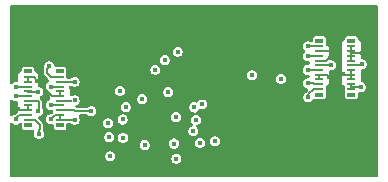
<source format=gbr>
%TF.GenerationSoftware,KiCad,Pcbnew,9.0.2*%
%TF.CreationDate,2025-06-09T01:03:38+02:00*%
%TF.ProjectId,WiFi_1YN,57694669-5f31-4594-9e2e-6b696361645f,rev?*%
%TF.SameCoordinates,Original*%
%TF.FileFunction,Copper,L4,Bot*%
%TF.FilePolarity,Positive*%
%FSLAX46Y46*%
G04 Gerber Fmt 4.6, Leading zero omitted, Abs format (unit mm)*
G04 Created by KiCad (PCBNEW 9.0.2) date 2025-06-09 01:03:38*
%MOMM*%
%LPD*%
G01*
G04 APERTURE LIST*
%TA.AperFunction,SMDPad,CuDef*%
%ADD10R,0.660000X0.230000*%
%TD*%
%TA.AperFunction,SMDPad,CuDef*%
%ADD11R,0.660000X0.350000*%
%TD*%
%TA.AperFunction,ViaPad*%
%ADD12C,0.450000*%
%TD*%
%TA.AperFunction,Conductor*%
%ADD13C,0.127000*%
%TD*%
%TA.AperFunction,Conductor*%
%ADD14C,0.200000*%
%TD*%
G04 APERTURE END LIST*
D10*
%TO.P,J2,1,1*%
%TO.N,+3.3V*%
X217610000Y-68150000D03*
%TO.P,J2,2,2*%
%TO.N,/WIFI_SDIO_DAT0*%
X214900000Y-68150000D03*
%TO.P,J2,3,3*%
%TO.N,+3.3V*%
X217610000Y-67750000D03*
%TO.P,J2,4,4*%
%TO.N,/WIFI_SDIO_DAT2*%
X214900000Y-67750000D03*
%TO.P,J2,5,5*%
%TO.N,GND*%
X217610000Y-67350000D03*
%TO.P,J2,6,6*%
X214900000Y-67350000D03*
%TO.P,J2,7,7*%
X217610000Y-66950000D03*
%TO.P,J2,8,8*%
X214900000Y-66950000D03*
%TO.P,J2,9,9*%
X217610000Y-66550000D03*
%TO.P,J2,10,10*%
%TO.N,/WIFI_SDIO_DAT1*%
X214900000Y-66550000D03*
%TO.P,J2,11,11*%
%TO.N,/WL_GPIO_0_HOST_WAKE*%
X217610000Y-66150000D03*
%TO.P,J2,12,12*%
%TO.N,/WIFI_SDIO_DAT3*%
X214900000Y-66150000D03*
%TO.P,J2,13,13*%
%TO.N,GND*%
X217610000Y-65750000D03*
%TO.P,J2,14,14*%
X214900000Y-65750000D03*
%TO.P,J2,15,15*%
X217610000Y-65350000D03*
%TO.P,J2,16,16*%
%TO.N,/WIFI_SDIO_CLK*%
X214900000Y-65350000D03*
%TO.P,J2,17,17*%
%TO.N,GND*%
X217610000Y-64950000D03*
%TO.P,J2,18,18*%
X214900000Y-64950000D03*
%TO.P,J2,19,19*%
X217610000Y-64550000D03*
%TO.P,J2,20,20*%
%TO.N,/WIFI_SDIO_CMD*%
X214900000Y-64550000D03*
D11*
%TO.P,J2,S1*%
%TO.N,N/C*%
X217610000Y-68625000D03*
%TO.P,J2,S2*%
X214900000Y-68625000D03*
%TO.P,J2,S3*%
X217610000Y-64075000D03*
%TO.P,J2,S4*%
X214900000Y-64075000D03*
%TD*%
D10*
%TO.P,J3,1,1*%
%TO.N,+3.3V*%
X192950000Y-70750000D03*
%TO.P,J3,2,2*%
%TO.N,/BT_DEV_WAKE*%
X190240000Y-70750000D03*
%TO.P,J3,3,3*%
%TO.N,+3.3V*%
X192950000Y-70350000D03*
%TO.P,J3,4,4*%
%TO.N,/WL_REG_ON*%
X190240000Y-70350000D03*
%TO.P,J3,5,5*%
%TO.N,/BT_REG_ON*%
X192950000Y-69950000D03*
%TO.P,J3,6,6*%
%TO.N,GND*%
X190240000Y-69950000D03*
%TO.P,J3,7,7*%
%TO.N,/BT_HOST_WAKE*%
X192950000Y-69550000D03*
%TO.P,J3,8,8*%
%TO.N,GND*%
X190240000Y-69550000D03*
%TO.P,J3,9,9*%
%TO.N,/BT_UART_CTS*%
X192950000Y-69150000D03*
%TO.P,J3,10,10*%
%TO.N,/BT_PCM_CLK*%
X190240000Y-69150000D03*
%TO.P,J3,11,11*%
%TO.N,GND*%
X192950000Y-68750000D03*
%TO.P,J3,12,12*%
%TO.N,/BT_PCM_IN*%
X190240000Y-68750000D03*
%TO.P,J3,13,13*%
%TO.N,GND*%
X192950000Y-68350000D03*
%TO.P,J3,14,14*%
%TO.N,/BT_PCM_SYNC*%
X190240000Y-68350000D03*
%TO.P,J3,15,15*%
%TO.N,/BT_UART_RTS*%
X192950000Y-67950000D03*
%TO.P,J3,16,16*%
%TO.N,/BT_PCM_OUT*%
X190240000Y-67950000D03*
%TO.P,J3,17,17*%
%TO.N,/BT_UART_RX*%
X192950000Y-67550000D03*
%TO.P,J3,18,18*%
%TO.N,GND*%
X190240000Y-67550000D03*
%TO.P,J3,19,19*%
%TO.N,/BT_UART_TX*%
X192950000Y-67150000D03*
%TO.P,J3,20,20*%
%TO.N,GND*%
X190240000Y-67150000D03*
D11*
%TO.P,J3,S1*%
%TO.N,N/C*%
X192950000Y-71225000D03*
%TO.P,J3,S2*%
X190240000Y-71225000D03*
%TO.P,J3,S3*%
X192950000Y-66675000D03*
%TO.P,J3,S4*%
X190240000Y-66675000D03*
%TD*%
D12*
%TO.N,GND*%
X198780400Y-68021200D03*
X200101200Y-68275200D03*
X198551800Y-65227200D03*
X200787000Y-65278000D03*
X213715600Y-72339200D03*
X217093800Y-72339200D03*
X201701400Y-74447400D03*
X204114400Y-74188500D03*
X189362212Y-69881334D03*
X201375285Y-70027800D03*
X202415569Y-72118587D03*
X200025000Y-72212200D03*
X201320400Y-70662800D03*
X193395600Y-74879200D03*
X200180500Y-74884200D03*
X210315100Y-74909600D03*
X217093800Y-74904600D03*
X189995100Y-74884200D03*
X196780000Y-74884200D03*
X203581000Y-74879200D03*
X206959200Y-74879200D03*
X213715600Y-74904600D03*
X193389400Y-64968200D03*
X189988900Y-64973200D03*
X196773800Y-64973200D03*
X189995100Y-61600000D03*
X193395600Y-61595000D03*
X210315100Y-61625400D03*
X213715600Y-61620400D03*
X217093800Y-61620400D03*
X196780000Y-61600000D03*
X200180500Y-61600000D03*
X203581000Y-61595000D03*
X206959200Y-61595000D03*
%TO.N,+3.3V*%
X211650000Y-67290000D03*
%TO.N,/32KHz*%
X209200000Y-66990000D03*
%TO.N,+3.3V*%
X205000000Y-69450000D03*
%TO.N,GND*%
X215750000Y-67180000D03*
%TO.N,/WL_GPIO_0_HOST_WAKE*%
X202751136Y-70525000D03*
%TO.N,/WIFI_SDIO_DAT3*%
X204239672Y-71735328D03*
%TO.N,/WL_REG_ON*%
X204319715Y-69696130D03*
%TO.N,/WIFI_SDIO_DAT2*%
X202599998Y-72774998D03*
%TO.N,/WIFI_SDIO_DAT0*%
X204779578Y-72711500D03*
%TO.N,/WIFI_SDIO_DAT1*%
X204439717Y-70760283D03*
%TO.N,/WIFI_SDIO_CMD*%
X206050000Y-72600000D03*
%TO.N,/WIFI_SDIO_CLK*%
X202800000Y-74050000D03*
%TO.N,/WIFI_SDIO_DAT0*%
X213970000Y-68830000D03*
%TO.N,/WIFI_SDIO_DAT2*%
X213950000Y-67680000D03*
%TO.N,/WIFI_SDIO_DAT1*%
X213900000Y-66550000D03*
%TO.N,GND*%
X215836831Y-65501119D03*
%TO.N,/WIFI_SDIO_DAT3*%
X215875000Y-66150000D03*
%TO.N,/WIFI_SDIO_CLK*%
X213950000Y-65350000D03*
%TO.N,/WIFI_SDIO_CMD*%
X213950000Y-64550000D03*
%TO.N,GND*%
X215850000Y-64950000D03*
X218475000Y-65125000D03*
X216900000Y-66875000D03*
%TO.N,+3.3V*%
X218400000Y-68000000D03*
%TO.N,GND*%
X206500000Y-67100000D03*
X204350000Y-67275000D03*
X204375000Y-65650000D03*
X206300000Y-65600000D03*
X207850000Y-68150000D03*
X208100000Y-66500000D03*
X207700000Y-64400000D03*
X205598660Y-63613410D03*
X203500000Y-63700000D03*
X203100000Y-65900000D03*
X202400000Y-66800000D03*
%TO.N,+3.3V*%
X202100000Y-68400000D03*
%TO.N,/32KHz*%
X202900000Y-65000000D03*
%TO.N,/BT_HOST_WAKE*%
X201800000Y-65700000D03*
%TO.N,GND*%
X200374999Y-66672254D03*
%TO.N,/BT_DEV_WAKE*%
X201007090Y-66520713D03*
%TO.N,/BT_PCM_CLK*%
X197200000Y-73850000D03*
%TO.N,/BT_UART_RX*%
X198023090Y-68294700D03*
%TO.N,/BT_PCM_IN*%
X197104000Y-72237600D03*
%TO.N,/BT_PCM_OUT*%
X198272400Y-72270458D03*
%TO.N,/BT_PCM_SYNC*%
X197002400Y-71069200D03*
%TO.N,/BT_UART_RTS*%
X198247000Y-70739000D03*
%TO.N,/BT_UART_CTS*%
X198510000Y-69680000D03*
%TO.N,GND*%
X191860000Y-71940000D03*
X191300000Y-66150000D03*
%TO.N,+3.3V*%
X192140000Y-70720000D03*
%TO.N,/BT_REG_ON*%
X195600000Y-70039000D03*
%TO.N,/BT_HOST_WAKE*%
X192140000Y-69530000D03*
%TO.N,/BT_UART_CTS*%
X194190000Y-69130000D03*
%TO.N,/BT_UART_RTS*%
X192140000Y-67949940D03*
%TO.N,/BT_UART_RX*%
X194190000Y-67550000D03*
%TO.N,/BT_UART_TX*%
X192040000Y-66230000D03*
%TO.N,/BT_DEV_WAKE*%
X191160400Y-71932800D03*
%TO.N,/WL_REG_ON*%
X189210000Y-70740000D03*
%TO.N,/BT_PCM_CLK*%
X191110000Y-70040000D03*
%TO.N,/BT_PCM_IN*%
X189210000Y-68770000D03*
%TO.N,GND*%
X191010000Y-67440000D03*
%TO.N,/BT_PCM_OUT*%
X189210000Y-67975000D03*
%TO.N,GND*%
X197500000Y-63600000D03*
X201800000Y-63600000D03*
X198875000Y-66700000D03*
%TO.N,/WL_GPIO_0_HOST_WAKE*%
X218475000Y-66075000D03*
%TO.N,+3.3V*%
X194190000Y-70750000D03*
%TO.N,/BT_PCM_SYNC*%
X191109600Y-68376800D03*
%TO.N,GND*%
X194021017Y-66922348D03*
%TO.N,/BT_UART_TX*%
X199900000Y-69000000D03*
%TO.N,/BT_REG_ON*%
X200100521Y-72899479D03*
%TD*%
D13*
%TO.N,GND*%
X191010000Y-67440000D02*
X191010000Y-67512198D01*
X191010000Y-67512198D02*
X192247802Y-68750000D01*
X192247802Y-68750000D02*
X192950000Y-68750000D01*
X189433200Y-69950000D02*
X189090000Y-69950000D01*
X189433200Y-69950000D02*
X189430878Y-69950000D01*
X189430878Y-69950000D02*
X189362212Y-69881334D01*
X190240000Y-69950000D02*
X189433200Y-69950000D01*
X215520000Y-66950000D02*
X215750000Y-67180000D01*
X214900000Y-66950000D02*
X215520000Y-66950000D01*
X214900000Y-66950000D02*
X214900000Y-67350000D01*
%TO.N,/WIFI_SDIO_DAT2*%
X214470000Y-67750000D02*
X214900000Y-67750000D01*
X214090000Y-67640000D02*
X214360000Y-67640000D01*
X214050000Y-67680000D02*
X214090000Y-67640000D01*
X214360000Y-67640000D02*
X214470000Y-67750000D01*
X213950000Y-67680000D02*
X214050000Y-67680000D01*
%TO.N,/WIFI_SDIO_DAT0*%
X213970000Y-68830000D02*
X213970000Y-68610000D01*
X213970000Y-68610000D02*
X214430000Y-68150000D01*
X214430000Y-68150000D02*
X214900000Y-68150000D01*
%TO.N,GND*%
X215836831Y-65501119D02*
X215827119Y-65501119D01*
X215827119Y-65501119D02*
X215775500Y-65449500D01*
X215775500Y-65449500D02*
X215774500Y-65449500D01*
X215836831Y-65501119D02*
X215836831Y-65387169D01*
X215774500Y-65449500D02*
X215474000Y-65750000D01*
X215474000Y-65750000D02*
X214900000Y-65750000D01*
X215836831Y-65387169D02*
X215850000Y-65374000D01*
X215850000Y-65374000D02*
X215850000Y-64950000D01*
%TO.N,/WIFI_SDIO_DAT1*%
X214900000Y-66550000D02*
X213900000Y-66550000D01*
%TO.N,/WIFI_SDIO_DAT3*%
X214900000Y-66150000D02*
X215875000Y-66150000D01*
%TO.N,GND*%
X214900000Y-64950000D02*
X215850000Y-64950000D01*
X218450000Y-65150000D02*
X218475000Y-65125000D01*
X217610000Y-65150000D02*
X218450000Y-65150000D01*
X217610000Y-65750000D02*
X217610000Y-65150000D01*
X217610000Y-65150000D02*
X217610000Y-64550000D01*
X217610000Y-67350000D02*
X217610000Y-66550000D01*
D14*
X216975000Y-66950000D02*
X216900000Y-66875000D01*
X217610000Y-66950000D02*
X216975000Y-66950000D01*
%TO.N,+3.3V*%
X217610000Y-68025000D02*
X217610000Y-67766000D01*
X217610000Y-68025000D02*
X218375000Y-68025000D01*
X218375000Y-68025000D02*
X218400000Y-68000000D01*
X217610000Y-68150000D02*
X217610000Y-68025000D01*
D13*
%TO.N,/BT_REG_ON*%
X195599000Y-70040000D02*
X194190000Y-70040000D01*
X195600000Y-70039000D02*
X195599000Y-70040000D01*
X194190000Y-70040000D02*
X194100000Y-69950000D01*
X194100000Y-69950000D02*
X192950000Y-69950000D01*
D14*
%TO.N,+3.3V*%
X192950000Y-70750000D02*
X192950000Y-70366000D01*
X194190000Y-70750000D02*
X192950000Y-70750000D01*
D13*
X193775000Y-70750000D02*
X193700000Y-70750000D01*
D14*
X194190000Y-70750000D02*
X193700000Y-70750000D01*
D13*
%TO.N,/BT_UART_TX*%
X191860000Y-66840000D02*
X192170000Y-67150000D01*
X192040000Y-66230000D02*
X191820000Y-66450000D01*
X191820000Y-66450000D02*
X191820000Y-66770000D01*
X191820000Y-66770000D02*
X191860000Y-66810000D01*
X191860000Y-66810000D02*
X191860000Y-66840000D01*
X192170000Y-67150000D02*
X192950000Y-67150000D01*
%TO.N,/BT_DEV_WAKE*%
X191230000Y-71181000D02*
X190799000Y-70750000D01*
X191160400Y-71932800D02*
X191160400Y-71598158D01*
X191160400Y-71598158D02*
X191230000Y-71528558D01*
X191230000Y-71528558D02*
X191230000Y-71181000D01*
X190799000Y-70750000D02*
X190240000Y-70750000D01*
%TO.N,/BT_PCM_SYNC*%
X191086469Y-68353669D02*
X190886331Y-68353669D01*
X190219500Y-68370500D02*
X190240000Y-68350000D01*
X190886331Y-68353669D02*
X190869500Y-68370500D01*
X191109600Y-68376800D02*
X191086469Y-68353669D01*
X190869500Y-68370500D02*
X190219500Y-68370500D01*
%TO.N,GND*%
X190240000Y-69950000D02*
X190240000Y-69550000D01*
%TO.N,+3.3V*%
X192140000Y-70720000D02*
X192510000Y-70350000D01*
X192510000Y-70350000D02*
X192950000Y-70350000D01*
%TO.N,/BT_HOST_WAKE*%
X192260000Y-69550000D02*
X192240000Y-69530000D01*
X192950000Y-69550000D02*
X192260000Y-69550000D01*
%TO.N,/BT_UART_CTS*%
X193900000Y-69150000D02*
X193920000Y-69130000D01*
X192950000Y-69150000D02*
X193900000Y-69150000D01*
%TO.N,/BT_UART_RTS*%
X192304665Y-67949940D02*
X192305313Y-67949292D01*
X192305313Y-67949292D02*
X192379292Y-67949292D01*
X192380000Y-67950000D02*
X192950000Y-67950000D01*
X192379292Y-67949292D02*
X192380000Y-67950000D01*
%TO.N,/BT_UART_RX*%
X192950000Y-67550000D02*
X194190000Y-67550000D01*
%TO.N,/WL_REG_ON*%
X189230000Y-70740000D02*
X189230000Y-70620000D01*
X189230000Y-70620000D02*
X189500000Y-70350000D01*
X189500000Y-70350000D02*
X190240000Y-70350000D01*
%TO.N,/BT_PCM_CLK*%
X191110000Y-70040000D02*
X191190000Y-69960000D01*
X191190000Y-69960000D02*
X191190000Y-69290000D01*
X191190000Y-69290000D02*
X191050000Y-69150000D01*
X191050000Y-69150000D02*
X190240000Y-69150000D01*
%TO.N,/BT_PCM_IN*%
X189230000Y-68750000D02*
X189210000Y-68770000D01*
X190240000Y-68750000D02*
X189230000Y-68750000D01*
%TO.N,GND*%
X190720000Y-67150000D02*
X191010000Y-67440000D01*
X190240000Y-67150000D02*
X190720000Y-67150000D01*
%TO.N,/BT_PCM_OUT*%
X189225000Y-67975000D02*
X189569900Y-67975000D01*
X189569900Y-67975000D02*
X189594900Y-67950000D01*
X189594900Y-67950000D02*
X190240000Y-67950000D01*
%TO.N,GND*%
X190240000Y-67550000D02*
X190240000Y-67150000D01*
%TO.N,/BT_PCM_CLK*%
X190260500Y-69170500D02*
X190240000Y-69150000D01*
%TO.N,+3.3V*%
X193700000Y-70750000D02*
X192950000Y-70750000D01*
%TO.N,/WL_GPIO_0_HOST_WAKE*%
X217610000Y-66150000D02*
X218400000Y-66150000D01*
X218400000Y-66150000D02*
X218475000Y-66075000D01*
%TO.N,/WIFI_SDIO_CLK*%
X214900000Y-65350000D02*
X213950000Y-65350000D01*
%TO.N,/WIFI_SDIO_CMD*%
X214900000Y-64550000D02*
X213950000Y-64550000D01*
%TO.N,/BT_DEV_WAKE*%
X190240000Y-70750000D02*
X190700000Y-70750000D01*
%TO.N,GND*%
X192950000Y-68350000D02*
X192950000Y-68575000D01*
X192950000Y-68575000D02*
X192950000Y-68750000D01*
%TO.N,/BT_UART_CTS*%
X192950000Y-69150000D02*
X192970500Y-69129500D01*
%TO.N,+3.3V*%
X192950000Y-70750000D02*
X192950000Y-70350000D01*
%TD*%
%TA.AperFunction,Conductor*%
%TO.N,GND*%
G36*
X219842539Y-61090185D02*
G01*
X219888294Y-61142989D01*
X219899500Y-61194500D01*
X219899500Y-75478100D01*
X219879815Y-75545139D01*
X219827011Y-75590894D01*
X219775500Y-75602100D01*
X188830500Y-75602100D01*
X188763461Y-75582415D01*
X188717706Y-75529611D01*
X188706500Y-75478100D01*
X188706500Y-73793982D01*
X196774500Y-73793982D01*
X196774500Y-73906018D01*
X196803497Y-74014237D01*
X196859515Y-74111263D01*
X196938737Y-74190485D01*
X197035763Y-74246503D01*
X197143982Y-74275500D01*
X197143984Y-74275500D01*
X197256016Y-74275500D01*
X197256018Y-74275500D01*
X197364237Y-74246503D01*
X197461263Y-74190485D01*
X197540485Y-74111263D01*
X197596503Y-74014237D01*
X197601930Y-73993982D01*
X202374500Y-73993982D01*
X202374500Y-74106018D01*
X202403497Y-74214237D01*
X202459515Y-74311263D01*
X202538737Y-74390485D01*
X202635763Y-74446503D01*
X202743982Y-74475500D01*
X202743984Y-74475500D01*
X202856016Y-74475500D01*
X202856018Y-74475500D01*
X202964237Y-74446503D01*
X203061263Y-74390485D01*
X203140485Y-74311263D01*
X203196503Y-74214237D01*
X203225500Y-74106018D01*
X203225500Y-73993982D01*
X203196503Y-73885763D01*
X203140485Y-73788737D01*
X203061263Y-73709515D01*
X202964237Y-73653497D01*
X202856018Y-73624500D01*
X202743982Y-73624500D01*
X202635763Y-73653497D01*
X202635760Y-73653498D01*
X202538740Y-73709513D01*
X202538734Y-73709517D01*
X202459517Y-73788734D01*
X202459513Y-73788740D01*
X202403498Y-73885760D01*
X202403497Y-73885763D01*
X202374500Y-73993982D01*
X197601930Y-73993982D01*
X197625500Y-73906018D01*
X197625500Y-73793982D01*
X197596503Y-73685763D01*
X197540485Y-73588737D01*
X197461263Y-73509515D01*
X197364237Y-73453497D01*
X197256018Y-73424500D01*
X197143982Y-73424500D01*
X197035763Y-73453497D01*
X197035760Y-73453498D01*
X196938740Y-73509513D01*
X196938734Y-73509517D01*
X196859517Y-73588734D01*
X196859513Y-73588740D01*
X196803498Y-73685760D01*
X196803497Y-73685763D01*
X196774500Y-73793982D01*
X188706500Y-73793982D01*
X188706500Y-72843461D01*
X199675021Y-72843461D01*
X199675021Y-72955497D01*
X199704018Y-73063716D01*
X199760036Y-73160742D01*
X199839258Y-73239964D01*
X199936284Y-73295982D01*
X200044503Y-73324979D01*
X200044505Y-73324979D01*
X200156537Y-73324979D01*
X200156539Y-73324979D01*
X200264758Y-73295982D01*
X200361784Y-73239964D01*
X200441006Y-73160742D01*
X200497024Y-73063716D01*
X200526021Y-72955497D01*
X200526021Y-72843461D01*
X200497024Y-72735242D01*
X200487635Y-72718980D01*
X202174498Y-72718980D01*
X202174498Y-72831016D01*
X202203495Y-72939235D01*
X202259513Y-73036261D01*
X202338735Y-73115483D01*
X202435761Y-73171501D01*
X202543980Y-73200498D01*
X202543982Y-73200498D01*
X202656014Y-73200498D01*
X202656016Y-73200498D01*
X202764235Y-73171501D01*
X202861261Y-73115483D01*
X202940483Y-73036261D01*
X202996501Y-72939235D01*
X203025498Y-72831016D01*
X203025498Y-72718980D01*
X203008484Y-72655482D01*
X204354078Y-72655482D01*
X204354078Y-72767518D01*
X204383075Y-72875737D01*
X204439093Y-72972763D01*
X204518315Y-73051985D01*
X204615341Y-73108003D01*
X204723560Y-73137000D01*
X204723562Y-73137000D01*
X204835594Y-73137000D01*
X204835596Y-73137000D01*
X204943815Y-73108003D01*
X205040841Y-73051985D01*
X205120063Y-72972763D01*
X205176081Y-72875737D01*
X205205078Y-72767518D01*
X205205078Y-72655482D01*
X205176081Y-72547263D01*
X205174187Y-72543982D01*
X205624500Y-72543982D01*
X205624500Y-72656018D01*
X205653497Y-72764237D01*
X205709515Y-72861263D01*
X205788737Y-72940485D01*
X205885763Y-72996503D01*
X205993982Y-73025500D01*
X205993984Y-73025500D01*
X206106016Y-73025500D01*
X206106018Y-73025500D01*
X206214237Y-72996503D01*
X206311263Y-72940485D01*
X206390485Y-72861263D01*
X206446503Y-72764237D01*
X206475500Y-72656018D01*
X206475500Y-72543982D01*
X206446503Y-72435763D01*
X206390485Y-72338737D01*
X206311263Y-72259515D01*
X206214237Y-72203497D01*
X206106018Y-72174500D01*
X205993982Y-72174500D01*
X205885763Y-72203497D01*
X205885760Y-72203498D01*
X205788740Y-72259513D01*
X205788734Y-72259517D01*
X205709517Y-72338734D01*
X205709513Y-72338740D01*
X205653498Y-72435760D01*
X205653497Y-72435763D01*
X205624500Y-72543982D01*
X205174187Y-72543982D01*
X205120063Y-72450237D01*
X205040841Y-72371015D01*
X204963697Y-72326476D01*
X204943817Y-72314998D01*
X204943816Y-72314997D01*
X204943815Y-72314997D01*
X204835596Y-72286000D01*
X204723560Y-72286000D01*
X204615341Y-72314997D01*
X204615338Y-72314998D01*
X204518318Y-72371013D01*
X204518312Y-72371017D01*
X204439095Y-72450234D01*
X204439091Y-72450240D01*
X204383076Y-72547260D01*
X204383075Y-72547263D01*
X204354078Y-72655482D01*
X203008484Y-72655482D01*
X202996501Y-72610761D01*
X202940483Y-72513735D01*
X202861261Y-72434513D01*
X202764235Y-72378495D01*
X202656016Y-72349498D01*
X202543980Y-72349498D01*
X202435761Y-72378495D01*
X202435758Y-72378496D01*
X202338738Y-72434511D01*
X202338732Y-72434515D01*
X202259515Y-72513732D01*
X202259511Y-72513738D01*
X202203496Y-72610758D01*
X202203495Y-72610761D01*
X202174498Y-72718980D01*
X200487635Y-72718980D01*
X200441006Y-72638216D01*
X200361784Y-72558994D01*
X200264758Y-72502976D01*
X200156539Y-72473979D01*
X200044503Y-72473979D01*
X199936284Y-72502976D01*
X199936281Y-72502977D01*
X199839261Y-72558992D01*
X199839255Y-72558996D01*
X199760038Y-72638213D01*
X199760034Y-72638219D01*
X199704019Y-72735239D01*
X199704019Y-72735240D01*
X199704018Y-72735242D01*
X199675021Y-72843461D01*
X188706500Y-72843461D01*
X188706500Y-71137610D01*
X188726185Y-71070571D01*
X188778989Y-71024816D01*
X188848147Y-71014872D01*
X188911703Y-71043897D01*
X188918181Y-71049929D01*
X188948737Y-71080485D01*
X189045763Y-71136503D01*
X189153982Y-71165500D01*
X189153984Y-71165500D01*
X189266016Y-71165500D01*
X189266018Y-71165500D01*
X189374237Y-71136503D01*
X189471263Y-71080485D01*
X189497819Y-71053929D01*
X189559142Y-71020444D01*
X189628834Y-71025428D01*
X189684767Y-71067300D01*
X189709184Y-71132764D01*
X189709500Y-71141610D01*
X189709500Y-71419752D01*
X189721131Y-71478229D01*
X189721132Y-71478230D01*
X189765447Y-71544552D01*
X189831769Y-71588867D01*
X189831770Y-71588868D01*
X189890247Y-71600499D01*
X189890250Y-71600500D01*
X189890252Y-71600500D01*
X190589750Y-71600500D01*
X190627867Y-71592918D01*
X190697459Y-71599145D01*
X190752636Y-71642008D01*
X190775881Y-71707898D01*
X190766622Y-71761982D01*
X190763899Y-71768556D01*
X190763897Y-71768562D01*
X190763897Y-71768563D01*
X190734900Y-71876782D01*
X190734900Y-71988818D01*
X190763897Y-72097037D01*
X190819915Y-72194063D01*
X190899137Y-72273285D01*
X190996163Y-72329303D01*
X191104382Y-72358300D01*
X191104384Y-72358300D01*
X191216416Y-72358300D01*
X191216418Y-72358300D01*
X191324637Y-72329303D01*
X191421663Y-72273285D01*
X191500885Y-72194063D01*
X191508091Y-72181582D01*
X196678500Y-72181582D01*
X196678500Y-72293618D01*
X196707497Y-72401837D01*
X196763515Y-72498863D01*
X196842737Y-72578085D01*
X196939763Y-72634103D01*
X197047982Y-72663100D01*
X197047984Y-72663100D01*
X197160016Y-72663100D01*
X197160018Y-72663100D01*
X197268237Y-72634103D01*
X197365263Y-72578085D01*
X197444485Y-72498863D01*
X197500503Y-72401837D01*
X197529500Y-72293618D01*
X197529500Y-72214440D01*
X197846900Y-72214440D01*
X197846900Y-72326476D01*
X197875849Y-72434513D01*
X197875897Y-72434694D01*
X197875898Y-72434697D01*
X197884868Y-72450234D01*
X197931915Y-72531721D01*
X198011137Y-72610943D01*
X198108163Y-72666961D01*
X198216382Y-72695958D01*
X198216384Y-72695958D01*
X198328416Y-72695958D01*
X198328418Y-72695958D01*
X198436637Y-72666961D01*
X198533663Y-72610943D01*
X198612885Y-72531721D01*
X198668903Y-72434695D01*
X198697900Y-72326476D01*
X198697900Y-72214440D01*
X198668903Y-72106221D01*
X198612885Y-72009195D01*
X198533663Y-71929973D01*
X198436637Y-71873955D01*
X198328418Y-71844958D01*
X198216382Y-71844958D01*
X198108163Y-71873955D01*
X198108160Y-71873956D01*
X198011140Y-71929971D01*
X198011134Y-71929975D01*
X197931917Y-72009192D01*
X197931913Y-72009198D01*
X197875898Y-72106218D01*
X197875897Y-72106221D01*
X197846900Y-72214440D01*
X197529500Y-72214440D01*
X197529500Y-72181582D01*
X197500503Y-72073363D01*
X197444485Y-71976337D01*
X197365263Y-71897115D01*
X197300579Y-71859769D01*
X197268239Y-71841098D01*
X197268238Y-71841097D01*
X197268237Y-71841097D01*
X197160018Y-71812100D01*
X197047982Y-71812100D01*
X196939763Y-71841097D01*
X196939760Y-71841098D01*
X196842740Y-71897113D01*
X196842734Y-71897117D01*
X196763517Y-71976334D01*
X196763513Y-71976340D01*
X196707498Y-72073360D01*
X196707497Y-72073363D01*
X196678500Y-72181582D01*
X191508091Y-72181582D01*
X191556903Y-72097037D01*
X191585900Y-71988818D01*
X191585900Y-71876782D01*
X191556903Y-71768563D01*
X191505632Y-71679759D01*
X191505523Y-71679310D01*
X203814172Y-71679310D01*
X203814172Y-71791346D01*
X203843169Y-71899565D01*
X203899187Y-71996591D01*
X203978409Y-72075813D01*
X204075435Y-72131831D01*
X204183654Y-72160828D01*
X204183656Y-72160828D01*
X204295688Y-72160828D01*
X204295690Y-72160828D01*
X204403909Y-72131831D01*
X204500935Y-72075813D01*
X204580157Y-71996591D01*
X204636175Y-71899565D01*
X204665172Y-71791346D01*
X204665172Y-71679310D01*
X204636175Y-71571091D01*
X204580157Y-71474065D01*
X204500935Y-71394843D01*
X204500931Y-71394839D01*
X204497136Y-71391927D01*
X204455935Y-71335498D01*
X204451782Y-71265752D01*
X204485996Y-71204833D01*
X204540529Y-71173780D01*
X204603954Y-71156786D01*
X204700980Y-71100768D01*
X204780202Y-71021546D01*
X204836220Y-70924520D01*
X204865217Y-70816301D01*
X204865217Y-70704265D01*
X204836220Y-70596046D01*
X204780202Y-70499020D01*
X204700980Y-70419798D01*
X204603954Y-70363780D01*
X204495735Y-70334783D01*
X204495734Y-70334783D01*
X204487885Y-70332680D01*
X204488522Y-70330299D01*
X204435992Y-70307047D01*
X204397534Y-70248713D01*
X204396719Y-70178848D01*
X204433806Y-70119634D01*
X204476765Y-70096516D01*
X204476445Y-70095742D01*
X204483943Y-70092635D01*
X204483952Y-70092633D01*
X204580978Y-70036615D01*
X204660200Y-69957393D01*
X204691592Y-69903019D01*
X204742156Y-69854805D01*
X204810763Y-69841581D01*
X204831072Y-69845245D01*
X204835759Y-69846501D01*
X204835763Y-69846503D01*
X204943982Y-69875500D01*
X204943985Y-69875500D01*
X205056016Y-69875500D01*
X205056018Y-69875500D01*
X205164237Y-69846503D01*
X205261263Y-69790485D01*
X205340485Y-69711263D01*
X205396503Y-69614237D01*
X205425500Y-69506018D01*
X205425500Y-69393982D01*
X205396503Y-69285763D01*
X205340485Y-69188737D01*
X205261263Y-69109515D01*
X205196579Y-69072169D01*
X205164239Y-69053498D01*
X205164238Y-69053497D01*
X205164237Y-69053497D01*
X205056018Y-69024500D01*
X204943982Y-69024500D01*
X204835763Y-69053497D01*
X204835760Y-69053498D01*
X204738740Y-69109513D01*
X204738734Y-69109517D01*
X204659517Y-69188734D01*
X204659513Y-69188740D01*
X204628121Y-69243111D01*
X204577553Y-69291326D01*
X204508946Y-69304547D01*
X204488642Y-69300884D01*
X204483953Y-69299627D01*
X204483952Y-69299627D01*
X204375733Y-69270630D01*
X204263697Y-69270630D01*
X204155478Y-69299627D01*
X204155475Y-69299628D01*
X204058455Y-69355643D01*
X204058449Y-69355647D01*
X203979232Y-69434864D01*
X203979228Y-69434870D01*
X203923213Y-69531890D01*
X203923212Y-69531893D01*
X203894215Y-69640112D01*
X203894215Y-69752148D01*
X203918179Y-69841581D01*
X203923212Y-69860366D01*
X203923213Y-69860369D01*
X203931948Y-69875499D01*
X203979230Y-69957393D01*
X204058452Y-70036615D01*
X204155478Y-70092633D01*
X204263697Y-70121630D01*
X204263699Y-70121630D01*
X204271547Y-70123733D01*
X204270908Y-70126117D01*
X204323418Y-70149348D01*
X204361889Y-70207673D01*
X204362719Y-70277537D01*
X204325646Y-70336760D01*
X204282666Y-70359898D01*
X204282987Y-70360671D01*
X204275477Y-70363781D01*
X204178457Y-70419796D01*
X204178451Y-70419800D01*
X204099234Y-70499017D01*
X204099230Y-70499023D01*
X204043215Y-70596043D01*
X204043214Y-70596046D01*
X204014217Y-70704265D01*
X204014217Y-70816301D01*
X204043214Y-70924520D01*
X204099232Y-71021546D01*
X204178454Y-71100768D01*
X204178456Y-71100769D01*
X204182251Y-71103681D01*
X204223453Y-71160110D01*
X204227607Y-71229856D01*
X204193393Y-71290776D01*
X204138858Y-71321830D01*
X204075439Y-71338823D01*
X204075432Y-71338826D01*
X203978412Y-71394841D01*
X203978406Y-71394845D01*
X203899189Y-71474062D01*
X203899185Y-71474068D01*
X203843170Y-71571088D01*
X203843169Y-71571091D01*
X203814172Y-71679310D01*
X191505523Y-71679310D01*
X191489159Y-71611859D01*
X191493306Y-71593385D01*
X191491617Y-71593049D01*
X191494000Y-71581070D01*
X191494000Y-71128488D01*
X191494000Y-71128487D01*
X191453808Y-71031456D01*
X191379544Y-70957192D01*
X191098012Y-70675660D01*
X191064527Y-70614337D01*
X191069511Y-70544645D01*
X191111383Y-70488712D01*
X191158664Y-70469457D01*
X191158168Y-70467603D01*
X191166016Y-70465500D01*
X191166018Y-70465500D01*
X191274237Y-70436503D01*
X191371263Y-70380485D01*
X191450485Y-70301263D01*
X191506503Y-70204237D01*
X191535500Y-70096018D01*
X191535500Y-69983982D01*
X191506503Y-69875763D01*
X191488303Y-69844239D01*
X191470613Y-69813599D01*
X191454000Y-69751599D01*
X191454000Y-69237488D01*
X191453999Y-69237484D01*
X191439513Y-69202512D01*
X191439513Y-69202511D01*
X191413811Y-69140461D01*
X191413809Y-69140456D01*
X191244076Y-68970724D01*
X191210592Y-68909402D01*
X191215576Y-68839711D01*
X191257447Y-68783777D01*
X191269759Y-68775656D01*
X191273832Y-68773304D01*
X191273837Y-68773303D01*
X191370863Y-68717285D01*
X191450085Y-68638063D01*
X191506103Y-68541037D01*
X191535100Y-68432818D01*
X191535100Y-68320782D01*
X191506103Y-68212563D01*
X191450085Y-68115537D01*
X191370863Y-68036315D01*
X191273837Y-67980297D01*
X191165618Y-67951300D01*
X191165617Y-67951300D01*
X191165613Y-67951299D01*
X191159182Y-67950452D01*
X191095288Y-67922181D01*
X191056821Y-67863854D01*
X191055994Y-67793989D01*
X191059197Y-67784174D01*
X191063596Y-67772379D01*
X191063598Y-67772372D01*
X191069999Y-67712844D01*
X191070000Y-67712827D01*
X191070000Y-67387179D01*
X191069999Y-67387171D01*
X191067428Y-67363259D01*
X191067428Y-67336741D01*
X191069999Y-67312828D01*
X191070000Y-67312821D01*
X191070000Y-66987172D01*
X191069999Y-66987155D01*
X191063598Y-66927627D01*
X191063596Y-66927620D01*
X191013354Y-66792913D01*
X191013350Y-66792906D01*
X190927190Y-66677812D01*
X190820188Y-66597709D01*
X190778318Y-66541775D01*
X190771802Y-66516368D01*
X190770500Y-66507455D01*
X190770500Y-66480252D01*
X190758867Y-66421769D01*
X190754666Y-66415482D01*
X190742642Y-66397487D01*
X191556000Y-66397487D01*
X191556000Y-66717487D01*
X191556000Y-66822513D01*
X191596192Y-66919544D01*
X191596193Y-66919545D01*
X191597536Y-66920888D01*
X191624415Y-66961114D01*
X191636191Y-66989543D01*
X191636192Y-66989545D01*
X191946192Y-67299544D01*
X192003709Y-67357061D01*
X192037194Y-67418384D01*
X192032210Y-67488076D01*
X191990338Y-67544009D01*
X191978028Y-67552129D01*
X191878740Y-67609453D01*
X191878734Y-67609457D01*
X191799517Y-67688674D01*
X191799513Y-67688680D01*
X191743498Y-67785700D01*
X191743497Y-67785703D01*
X191714500Y-67893922D01*
X191714500Y-68005958D01*
X191743497Y-68114177D01*
X191799515Y-68211203D01*
X191878737Y-68290425D01*
X191975763Y-68346443D01*
X192028095Y-68360465D01*
X192049475Y-68373497D01*
X192072710Y-68382815D01*
X192078791Y-68391365D01*
X192087753Y-68396828D01*
X192098693Y-68419348D01*
X192113205Y-68439753D01*
X192115633Y-68454220D01*
X192118283Y-68459675D01*
X192119863Y-68474413D01*
X192123144Y-68544174D01*
X192122571Y-68546529D01*
X192122571Y-68563253D01*
X192120000Y-68587167D01*
X192120000Y-68912844D01*
X192127231Y-68980087D01*
X192124944Y-68980332D01*
X192121810Y-69038595D01*
X192080933Y-69095259D01*
X192036976Y-69117094D01*
X191975767Y-69133495D01*
X191975760Y-69133498D01*
X191878740Y-69189513D01*
X191878734Y-69189517D01*
X191799517Y-69268734D01*
X191799513Y-69268740D01*
X191743498Y-69365760D01*
X191743497Y-69365763D01*
X191714500Y-69473982D01*
X191714500Y-69586018D01*
X191743497Y-69694237D01*
X191799515Y-69791263D01*
X191878737Y-69870485D01*
X191975763Y-69926503D01*
X192083982Y-69955500D01*
X192083984Y-69955500D01*
X192196014Y-69955500D01*
X192196018Y-69955500D01*
X192206810Y-69952608D01*
X192209862Y-69952680D01*
X192212543Y-69951217D01*
X192244563Y-69953506D01*
X192276657Y-69954271D01*
X192279186Y-69955982D01*
X192282235Y-69956201D01*
X192307944Y-69975446D01*
X192334520Y-69993433D01*
X192335722Y-69996240D01*
X192338169Y-69998072D01*
X192349390Y-70028157D01*
X192362025Y-70057661D01*
X192361518Y-70060673D01*
X192362586Y-70063536D01*
X192355763Y-70094898D01*
X192350439Y-70126563D01*
X192348187Y-70129725D01*
X192347734Y-70131809D01*
X192326584Y-70160064D01*
X192228465Y-70258182D01*
X192167145Y-70291666D01*
X192140786Y-70294500D01*
X192083982Y-70294500D01*
X191975763Y-70323497D01*
X191975760Y-70323498D01*
X191878740Y-70379513D01*
X191878734Y-70379517D01*
X191799517Y-70458734D01*
X191799513Y-70458740D01*
X191743498Y-70555760D01*
X191743497Y-70555763D01*
X191714500Y-70663982D01*
X191714500Y-70776018D01*
X191743497Y-70884237D01*
X191799515Y-70981263D01*
X191878737Y-71060485D01*
X191975763Y-71116503D01*
X192083982Y-71145500D01*
X192083984Y-71145500D01*
X192196016Y-71145500D01*
X192196018Y-71145500D01*
X192263407Y-71127443D01*
X192333255Y-71129105D01*
X192391118Y-71168267D01*
X192418623Y-71232495D01*
X192419500Y-71247217D01*
X192419500Y-71419752D01*
X192431131Y-71478229D01*
X192431132Y-71478230D01*
X192475447Y-71544552D01*
X192541769Y-71588867D01*
X192541770Y-71588868D01*
X192600247Y-71600499D01*
X192600250Y-71600500D01*
X192600252Y-71600500D01*
X193299750Y-71600500D01*
X193299751Y-71600499D01*
X193327137Y-71595052D01*
X193358228Y-71588868D01*
X193358228Y-71588867D01*
X193358231Y-71588867D01*
X193424552Y-71544552D01*
X193468867Y-71478231D01*
X193468867Y-71478229D01*
X193468868Y-71478229D01*
X193480499Y-71419752D01*
X193480500Y-71419750D01*
X193480500Y-71174500D01*
X193483050Y-71165814D01*
X193481762Y-71156853D01*
X193492740Y-71132812D01*
X193500185Y-71107461D01*
X193507025Y-71101533D01*
X193510787Y-71093297D01*
X193533021Y-71079007D01*
X193552989Y-71061706D01*
X193563503Y-71059418D01*
X193569565Y-71055523D01*
X193604500Y-71050500D01*
X193660438Y-71050500D01*
X193837390Y-71050500D01*
X193904429Y-71070185D01*
X193925071Y-71086819D01*
X193928737Y-71090485D01*
X194025763Y-71146503D01*
X194133982Y-71175500D01*
X194133984Y-71175500D01*
X194246016Y-71175500D01*
X194246018Y-71175500D01*
X194354237Y-71146503D01*
X194451263Y-71090485D01*
X194528566Y-71013182D01*
X196576900Y-71013182D01*
X196576900Y-71125218D01*
X196605897Y-71233437D01*
X196661915Y-71330463D01*
X196741137Y-71409685D01*
X196838163Y-71465703D01*
X196946382Y-71494700D01*
X196946384Y-71494700D01*
X197058416Y-71494700D01*
X197058418Y-71494700D01*
X197166637Y-71465703D01*
X197263663Y-71409685D01*
X197342885Y-71330463D01*
X197398903Y-71233437D01*
X197427900Y-71125218D01*
X197427900Y-71013182D01*
X197398903Y-70904963D01*
X197342885Y-70807937D01*
X197263663Y-70728715D01*
X197184451Y-70682982D01*
X197821500Y-70682982D01*
X197821500Y-70795018D01*
X197840382Y-70865485D01*
X197850497Y-70903236D01*
X197850498Y-70903239D01*
X197856847Y-70914236D01*
X197906515Y-71000263D01*
X197985737Y-71079485D01*
X198082763Y-71135503D01*
X198190982Y-71164500D01*
X198190984Y-71164500D01*
X198303016Y-71164500D01*
X198303018Y-71164500D01*
X198411237Y-71135503D01*
X198508263Y-71079485D01*
X198587485Y-71000263D01*
X198643503Y-70903237D01*
X198672500Y-70795018D01*
X198672500Y-70682982D01*
X198643503Y-70574763D01*
X198587485Y-70477737D01*
X198578730Y-70468982D01*
X202325636Y-70468982D01*
X202325636Y-70581018D01*
X202350202Y-70672698D01*
X202354633Y-70689236D01*
X202354634Y-70689239D01*
X202373305Y-70721579D01*
X202410651Y-70786263D01*
X202489873Y-70865485D01*
X202586899Y-70921503D01*
X202695118Y-70950500D01*
X202695120Y-70950500D01*
X202807152Y-70950500D01*
X202807154Y-70950500D01*
X202915373Y-70921503D01*
X203012399Y-70865485D01*
X203091621Y-70786263D01*
X203147639Y-70689237D01*
X203176636Y-70581018D01*
X203176636Y-70468982D01*
X203147639Y-70360763D01*
X203091621Y-70263737D01*
X203012399Y-70184515D01*
X202915373Y-70128497D01*
X202807154Y-70099500D01*
X202695118Y-70099500D01*
X202586899Y-70128497D01*
X202586896Y-70128498D01*
X202489876Y-70184513D01*
X202489870Y-70184517D01*
X202410653Y-70263734D01*
X202410649Y-70263740D01*
X202354634Y-70360760D01*
X202354633Y-70360763D01*
X202325636Y-70468982D01*
X198578730Y-70468982D01*
X198508263Y-70398515D01*
X198411237Y-70342497D01*
X198303018Y-70313500D01*
X198190982Y-70313500D01*
X198082763Y-70342497D01*
X198082760Y-70342498D01*
X197985740Y-70398513D01*
X197985734Y-70398517D01*
X197906517Y-70477734D01*
X197906513Y-70477740D01*
X197850498Y-70574760D01*
X197850497Y-70574763D01*
X197821500Y-70682982D01*
X197184451Y-70682982D01*
X197166637Y-70672697D01*
X197058418Y-70643700D01*
X196946382Y-70643700D01*
X196838163Y-70672697D01*
X196838160Y-70672698D01*
X196741140Y-70728713D01*
X196741134Y-70728717D01*
X196661917Y-70807934D01*
X196661913Y-70807940D01*
X196605898Y-70904960D01*
X196605897Y-70904963D01*
X196576900Y-71013182D01*
X194528566Y-71013182D01*
X194530485Y-71011263D01*
X194586503Y-70914237D01*
X194615500Y-70806018D01*
X194615500Y-70693982D01*
X194586503Y-70585763D01*
X194531213Y-70489999D01*
X194514741Y-70422100D01*
X194537593Y-70356073D01*
X194592515Y-70312882D01*
X194638601Y-70304000D01*
X195211890Y-70304000D01*
X195278929Y-70323685D01*
X195299571Y-70340319D01*
X195338737Y-70379485D01*
X195435763Y-70435503D01*
X195543982Y-70464500D01*
X195543984Y-70464500D01*
X195656016Y-70464500D01*
X195656018Y-70464500D01*
X195764237Y-70435503D01*
X195861263Y-70379485D01*
X195940485Y-70300263D01*
X195996503Y-70203237D01*
X196025500Y-70095018D01*
X196025500Y-69982982D01*
X195996503Y-69874763D01*
X195940485Y-69777737D01*
X195861263Y-69698515D01*
X195764237Y-69642497D01*
X195695138Y-69623982D01*
X198084500Y-69623982D01*
X198084500Y-69736018D01*
X198113497Y-69844237D01*
X198169515Y-69941263D01*
X198248737Y-70020485D01*
X198345763Y-70076503D01*
X198453982Y-70105500D01*
X198477028Y-70105500D01*
X198566016Y-70105500D01*
X198566018Y-70105500D01*
X198674237Y-70076503D01*
X198771263Y-70020485D01*
X198850485Y-69941263D01*
X198906503Y-69844237D01*
X198935500Y-69736018D01*
X198935500Y-69623982D01*
X198906503Y-69515763D01*
X198850485Y-69418737D01*
X198771263Y-69339515D01*
X198692839Y-69294237D01*
X198674239Y-69283498D01*
X198674238Y-69283497D01*
X198674237Y-69283497D01*
X198566018Y-69254500D01*
X198453982Y-69254500D01*
X198345763Y-69283497D01*
X198345760Y-69283498D01*
X198248740Y-69339513D01*
X198248734Y-69339517D01*
X198169517Y-69418734D01*
X198169513Y-69418740D01*
X198113498Y-69515760D01*
X198113497Y-69515763D01*
X198084500Y-69623982D01*
X195695138Y-69623982D01*
X195656018Y-69613500D01*
X195543982Y-69613500D01*
X195435763Y-69642497D01*
X195435760Y-69642498D01*
X195338740Y-69698513D01*
X195338734Y-69698517D01*
X195297571Y-69739681D01*
X195236248Y-69773166D01*
X195209890Y-69776000D01*
X194364974Y-69776000D01*
X194297935Y-69756315D01*
X194252180Y-69703511D01*
X194242236Y-69634353D01*
X194271261Y-69570797D01*
X194330039Y-69533023D01*
X194332837Y-69532236D01*
X194354237Y-69526503D01*
X194451263Y-69470485D01*
X194530485Y-69391263D01*
X194586503Y-69294237D01*
X194615500Y-69186018D01*
X194615500Y-69073982D01*
X194586503Y-68965763D01*
X194573928Y-68943982D01*
X199474500Y-68943982D01*
X199474500Y-69056018D01*
X199497127Y-69140461D01*
X199503497Y-69164236D01*
X199503498Y-69164239D01*
X199507104Y-69170485D01*
X199559515Y-69261263D01*
X199638737Y-69340485D01*
X199735763Y-69396503D01*
X199843982Y-69425500D01*
X199843984Y-69425500D01*
X199956016Y-69425500D01*
X199956018Y-69425500D01*
X200064237Y-69396503D01*
X200161263Y-69340485D01*
X200240485Y-69261263D01*
X200296503Y-69164237D01*
X200325500Y-69056018D01*
X200325500Y-68943982D01*
X200296503Y-68835763D01*
X200240485Y-68738737D01*
X200161263Y-68659515D01*
X200064237Y-68603497D01*
X199956018Y-68574500D01*
X199843982Y-68574500D01*
X199735763Y-68603497D01*
X199735760Y-68603498D01*
X199638740Y-68659513D01*
X199638734Y-68659517D01*
X199559517Y-68738734D01*
X199559513Y-68738740D01*
X199503498Y-68835760D01*
X199503497Y-68835763D01*
X199474500Y-68943982D01*
X194573928Y-68943982D01*
X194530485Y-68868737D01*
X194451263Y-68789515D01*
X194366341Y-68740485D01*
X194354239Y-68733498D01*
X194354238Y-68733497D01*
X194354237Y-68733497D01*
X194246018Y-68704500D01*
X194133982Y-68704500D01*
X194025763Y-68733497D01*
X194025760Y-68733498D01*
X193966000Y-68768001D01*
X193961923Y-68768989D01*
X193958835Y-68771831D01*
X193928261Y-68777156D01*
X193898100Y-68784474D01*
X193894133Y-68783101D01*
X193890002Y-68783821D01*
X193861401Y-68771771D01*
X193832073Y-68761621D01*
X193829480Y-68758324D01*
X193825613Y-68756695D01*
X193808066Y-68731095D01*
X193788882Y-68706700D01*
X193787807Y-68701536D01*
X193786112Y-68699063D01*
X193782297Y-68675064D01*
X193780055Y-68664293D01*
X193776772Y-68553679D01*
X193777428Y-68551171D01*
X193777428Y-68536741D01*
X193779999Y-68512828D01*
X193780000Y-68512821D01*
X193780000Y-68243157D01*
X193779081Y-68238682D01*
X197597590Y-68238682D01*
X197597590Y-68350718D01*
X197625805Y-68456016D01*
X197626587Y-68458936D01*
X197626588Y-68458939D01*
X197630955Y-68466503D01*
X197682605Y-68555963D01*
X197761827Y-68635185D01*
X197858853Y-68691203D01*
X197967072Y-68720200D01*
X197967074Y-68720200D01*
X198079106Y-68720200D01*
X198079108Y-68720200D01*
X198187327Y-68691203D01*
X198284353Y-68635185D01*
X198363575Y-68555963D01*
X198419593Y-68458937D01*
X198448590Y-68350718D01*
X198448590Y-68343982D01*
X201674500Y-68343982D01*
X201674500Y-68456018D01*
X201703497Y-68564237D01*
X201759515Y-68661263D01*
X201838737Y-68740485D01*
X201935763Y-68796503D01*
X202043982Y-68825500D01*
X202043984Y-68825500D01*
X202156016Y-68825500D01*
X202156018Y-68825500D01*
X202264237Y-68796503D01*
X202361263Y-68740485D01*
X202440485Y-68661263D01*
X202496503Y-68564237D01*
X202525500Y-68456018D01*
X202525500Y-68343982D01*
X202496503Y-68235763D01*
X202440485Y-68138737D01*
X202361263Y-68059515D01*
X202283842Y-68014816D01*
X202264239Y-68003498D01*
X202264238Y-68003497D01*
X202264237Y-68003497D01*
X202156018Y-67974500D01*
X202043982Y-67974500D01*
X201935763Y-68003497D01*
X201935760Y-68003498D01*
X201838740Y-68059513D01*
X201838734Y-68059517D01*
X201759517Y-68138734D01*
X201759513Y-68138740D01*
X201703498Y-68235760D01*
X201703497Y-68235763D01*
X201674500Y-68343982D01*
X198448590Y-68343982D01*
X198448590Y-68238682D01*
X198419593Y-68130463D01*
X198363575Y-68033437D01*
X198284353Y-67954215D01*
X198219669Y-67916869D01*
X198187329Y-67898198D01*
X198187328Y-67898197D01*
X198187327Y-67898197D01*
X198079108Y-67869200D01*
X197967072Y-67869200D01*
X197858853Y-67898197D01*
X197858850Y-67898198D01*
X197761830Y-67954213D01*
X197761824Y-67954217D01*
X197682607Y-68033434D01*
X197682603Y-68033440D01*
X197626588Y-68130460D01*
X197626587Y-68130463D01*
X197597590Y-68238682D01*
X193779081Y-68238682D01*
X193733098Y-68014816D01*
X193735231Y-67989173D01*
X193733396Y-67963509D01*
X193738080Y-67954930D01*
X193738891Y-67945187D01*
X193754551Y-67924766D01*
X193766881Y-67902186D01*
X193775459Y-67897501D01*
X193781409Y-67889744D01*
X193805620Y-67881032D01*
X193828204Y-67868701D01*
X193837955Y-67869398D01*
X193847153Y-67866089D01*
X193872228Y-67871849D01*
X193897896Y-67873685D01*
X193910426Y-67880624D01*
X193915249Y-67881732D01*
X193918576Y-67885137D01*
X193921503Y-67886758D01*
X193921698Y-67886421D01*
X193928736Y-67890484D01*
X193928737Y-67890485D01*
X194025763Y-67946503D01*
X194133982Y-67975500D01*
X194133984Y-67975500D01*
X194246016Y-67975500D01*
X194246018Y-67975500D01*
X194354237Y-67946503D01*
X194451263Y-67890485D01*
X194530485Y-67811263D01*
X194586503Y-67714237D01*
X194615500Y-67606018D01*
X194615500Y-67493982D01*
X194586503Y-67385763D01*
X194530485Y-67288737D01*
X194451263Y-67209515D01*
X194354237Y-67153497D01*
X194246018Y-67124500D01*
X194133982Y-67124500D01*
X194025763Y-67153497D01*
X194025760Y-67153498D01*
X193928740Y-67209513D01*
X193928734Y-67209517D01*
X193888571Y-67249681D01*
X193861643Y-67264384D01*
X193835825Y-67280977D01*
X193829624Y-67281868D01*
X193827248Y-67283166D01*
X193800890Y-67286000D01*
X193604500Y-67286000D01*
X193537461Y-67266315D01*
X193491706Y-67213511D01*
X193480500Y-67162000D01*
X193480500Y-67015249D01*
X193470841Y-66966692D01*
X193470841Y-66918308D01*
X193480500Y-66869750D01*
X193480500Y-66480249D01*
X193480499Y-66480244D01*
X193477406Y-66464695D01*
X200581590Y-66464695D01*
X200581590Y-66576731D01*
X200610587Y-66684950D01*
X200666605Y-66781976D01*
X200745827Y-66861198D01*
X200842853Y-66917216D01*
X200951072Y-66946213D01*
X200951074Y-66946213D01*
X201063106Y-66946213D01*
X201063108Y-66946213D01*
X201108755Y-66933982D01*
X208774500Y-66933982D01*
X208774500Y-67046018D01*
X208803497Y-67154237D01*
X208859515Y-67251263D01*
X208938737Y-67330485D01*
X209035763Y-67386503D01*
X209143982Y-67415500D01*
X209143984Y-67415500D01*
X209256016Y-67415500D01*
X209256018Y-67415500D01*
X209364237Y-67386503D01*
X209461263Y-67330485D01*
X209540485Y-67251263D01*
X209550462Y-67233982D01*
X211224500Y-67233982D01*
X211224500Y-67346018D01*
X211253497Y-67454237D01*
X211309515Y-67551263D01*
X211388737Y-67630485D01*
X211485763Y-67686503D01*
X211593982Y-67715500D01*
X211593984Y-67715500D01*
X211706016Y-67715500D01*
X211706018Y-67715500D01*
X211814237Y-67686503D01*
X211911263Y-67630485D01*
X211990485Y-67551263D01*
X212046503Y-67454237D01*
X212075500Y-67346018D01*
X212075500Y-67233982D01*
X212046503Y-67125763D01*
X211990485Y-67028737D01*
X211911263Y-66949515D01*
X211814237Y-66893497D01*
X211706018Y-66864500D01*
X211593982Y-66864500D01*
X211485763Y-66893497D01*
X211485760Y-66893498D01*
X211388740Y-66949513D01*
X211388734Y-66949517D01*
X211309517Y-67028734D01*
X211309513Y-67028740D01*
X211253498Y-67125760D01*
X211253497Y-67125763D01*
X211224500Y-67233982D01*
X209550462Y-67233982D01*
X209596503Y-67154237D01*
X209625500Y-67046018D01*
X209625500Y-66933982D01*
X209596503Y-66825763D01*
X209540485Y-66728737D01*
X209461263Y-66649515D01*
X209364237Y-66593497D01*
X209256018Y-66564500D01*
X209143982Y-66564500D01*
X209035763Y-66593497D01*
X209035760Y-66593498D01*
X208938740Y-66649513D01*
X208938734Y-66649517D01*
X208859517Y-66728734D01*
X208859513Y-66728740D01*
X208803498Y-66825760D01*
X208803497Y-66825763D01*
X208774500Y-66933982D01*
X201108755Y-66933982D01*
X201171327Y-66917216D01*
X201268353Y-66861198D01*
X201347575Y-66781976D01*
X201403593Y-66684950D01*
X201432590Y-66576731D01*
X201432590Y-66493982D01*
X213474500Y-66493982D01*
X213474500Y-66606018D01*
X213495650Y-66684949D01*
X213503497Y-66714236D01*
X213503498Y-66714239D01*
X213511870Y-66728740D01*
X213559515Y-66811263D01*
X213638737Y-66890485D01*
X213735763Y-66946503D01*
X213843982Y-66975500D01*
X213843984Y-66975500D01*
X213946000Y-66975500D01*
X213952393Y-66977377D01*
X213958946Y-66976178D01*
X213985495Y-66987097D01*
X214013039Y-66995185D01*
X214017401Y-67000219D01*
X214023564Y-67002754D01*
X214039998Y-67026297D01*
X214058794Y-67047989D01*
X214060680Y-67055926D01*
X214063556Y-67060046D01*
X214067723Y-67085564D01*
X214069910Y-67094763D01*
X214071095Y-67125763D01*
X214063542Y-67155665D01*
X214058069Y-67186004D01*
X214055064Y-67189230D01*
X214053985Y-67193506D01*
X214031474Y-67214569D01*
X214010459Y-67237142D01*
X214006061Y-67238348D01*
X214002967Y-67241244D01*
X213980554Y-67245345D01*
X213947185Y-67254500D01*
X213893982Y-67254500D01*
X213785763Y-67283497D01*
X213785760Y-67283498D01*
X213688740Y-67339513D01*
X213688734Y-67339517D01*
X213609517Y-67418734D01*
X213609513Y-67418740D01*
X213553498Y-67515760D01*
X213553497Y-67515763D01*
X213524500Y-67623982D01*
X213524500Y-67736018D01*
X213553497Y-67844237D01*
X213609515Y-67941263D01*
X213688737Y-68020485D01*
X213785763Y-68076503D01*
X213849913Y-68093691D01*
X213855096Y-68096850D01*
X213861152Y-68097284D01*
X213884582Y-68114823D01*
X213909573Y-68130056D01*
X213912225Y-68135516D01*
X213917086Y-68139155D01*
X213927314Y-68166579D01*
X213940102Y-68192903D01*
X213939381Y-68198930D01*
X213941503Y-68204619D01*
X213935281Y-68233222D01*
X213931807Y-68262278D01*
X213927612Y-68268475D01*
X213926652Y-68272892D01*
X213905501Y-68301145D01*
X213820456Y-68386192D01*
X213820455Y-68386193D01*
X213740143Y-68466503D01*
X213714470Y-68486204D01*
X213708738Y-68489513D01*
X213629514Y-68568738D01*
X213629513Y-68568740D01*
X213573498Y-68665760D01*
X213573497Y-68665763D01*
X213544500Y-68773982D01*
X213544500Y-68886018D01*
X213573497Y-68994237D01*
X213629515Y-69091263D01*
X213708737Y-69170485D01*
X213805763Y-69226503D01*
X213913982Y-69255500D01*
X213913984Y-69255500D01*
X214026016Y-69255500D01*
X214026018Y-69255500D01*
X214134237Y-69226503D01*
X214231263Y-69170485D01*
X214310485Y-69091263D01*
X214338809Y-69042203D01*
X214389372Y-68993991D01*
X214457979Y-68980767D01*
X214485568Y-68987634D01*
X214550247Y-69000499D01*
X214550250Y-69000500D01*
X214550252Y-69000500D01*
X215249750Y-69000500D01*
X215249751Y-69000499D01*
X215264568Y-68997552D01*
X215308229Y-68988868D01*
X215308229Y-68988867D01*
X215308231Y-68988867D01*
X215374552Y-68944552D01*
X215418867Y-68878231D01*
X215418867Y-68878229D01*
X215418868Y-68878229D01*
X215430499Y-68819752D01*
X215430500Y-68819750D01*
X215430500Y-68430249D01*
X215420841Y-68381692D01*
X215420841Y-68333308D01*
X215430500Y-68284750D01*
X215430500Y-68015254D01*
X215430400Y-68014240D01*
X215430500Y-68013712D01*
X215430500Y-68009160D01*
X215431363Y-68009160D01*
X215443414Y-67945594D01*
X215479491Y-67902811D01*
X215587190Y-67822186D01*
X215673350Y-67707093D01*
X215673354Y-67707086D01*
X215723596Y-67572379D01*
X215723598Y-67572372D01*
X215729999Y-67512844D01*
X215730000Y-67512827D01*
X215730000Y-67187179D01*
X215729999Y-67187171D01*
X215727428Y-67163259D01*
X215727428Y-67136741D01*
X215729999Y-67112828D01*
X215730000Y-67112821D01*
X215730000Y-66787172D01*
X215729999Y-66787155D01*
X215722769Y-66719913D01*
X215724132Y-66719766D01*
X215727432Y-66658243D01*
X215768300Y-66601573D01*
X215833319Y-66575993D01*
X215844367Y-66575500D01*
X215931016Y-66575500D01*
X215931018Y-66575500D01*
X216039237Y-66546503D01*
X216136263Y-66490485D01*
X216215485Y-66411263D01*
X216271503Y-66314237D01*
X216300500Y-66206018D01*
X216300500Y-66093982D01*
X216271503Y-65985763D01*
X216215485Y-65888737D01*
X216136263Y-65809515D01*
X216071579Y-65772169D01*
X216039239Y-65753498D01*
X216039238Y-65753497D01*
X216039237Y-65753497D01*
X215931018Y-65724500D01*
X215854000Y-65724500D01*
X215786961Y-65704815D01*
X215741206Y-65652011D01*
X215730000Y-65600500D01*
X215730000Y-65587172D01*
X215729999Y-65587155D01*
X215723598Y-65527627D01*
X215723595Y-65527616D01*
X215673510Y-65393334D01*
X215668525Y-65323643D01*
X215673510Y-65306666D01*
X215723595Y-65172383D01*
X215723598Y-65172372D01*
X215729999Y-65112844D01*
X215730000Y-65112827D01*
X215730000Y-64787172D01*
X215729999Y-64787155D01*
X215723598Y-64727627D01*
X215723596Y-64727620D01*
X215673354Y-64592913D01*
X215673350Y-64592906D01*
X215587190Y-64477812D01*
X215477334Y-64395573D01*
X215471033Y-64387155D01*
X216780000Y-64387155D01*
X216780000Y-64712832D01*
X216782571Y-64736747D01*
X216782571Y-64763253D01*
X216780000Y-64787167D01*
X216780000Y-65112832D01*
X216782571Y-65136747D01*
X216782571Y-65163253D01*
X216780000Y-65187167D01*
X216780000Y-65512832D01*
X216782571Y-65536747D01*
X216782571Y-65563253D01*
X216780000Y-65587167D01*
X216780000Y-65912844D01*
X216786401Y-65972372D01*
X216786403Y-65972379D01*
X216836489Y-66106667D01*
X216841473Y-66176359D01*
X216836489Y-66193333D01*
X216786403Y-66327620D01*
X216786401Y-66327627D01*
X216780000Y-66387155D01*
X216780000Y-66712832D01*
X216782571Y-66736747D01*
X216782571Y-66763253D01*
X216780000Y-66787167D01*
X216780000Y-67112832D01*
X216782571Y-67136747D01*
X216782571Y-67163253D01*
X216780000Y-67187167D01*
X216780000Y-67512844D01*
X216786401Y-67572372D01*
X216786403Y-67572379D01*
X216836645Y-67707086D01*
X216836649Y-67707093D01*
X216922809Y-67822187D01*
X216922812Y-67822190D01*
X217030508Y-67902812D01*
X217072379Y-67958746D01*
X217078942Y-68009160D01*
X217079500Y-68009160D01*
X217079500Y-68013447D01*
X217079601Y-68014223D01*
X217079500Y-68015249D01*
X217079500Y-68015252D01*
X217079500Y-68284748D01*
X217081938Y-68297006D01*
X217089159Y-68333310D01*
X217089159Y-68381690D01*
X217079500Y-68430252D01*
X217079500Y-68819752D01*
X217091131Y-68878229D01*
X217091132Y-68878230D01*
X217135447Y-68944552D01*
X217201769Y-68988867D01*
X217201770Y-68988868D01*
X217260247Y-69000499D01*
X217260250Y-69000500D01*
X217260252Y-69000500D01*
X217959750Y-69000500D01*
X217959751Y-69000499D01*
X217974568Y-68997552D01*
X218018229Y-68988868D01*
X218018229Y-68988867D01*
X218018231Y-68988867D01*
X218084552Y-68944552D01*
X218128867Y-68878231D01*
X218128867Y-68878229D01*
X218128868Y-68878229D01*
X218140499Y-68819752D01*
X218140500Y-68819750D01*
X218140500Y-68532576D01*
X218160185Y-68465537D01*
X218212989Y-68419782D01*
X218282147Y-68409838D01*
X218296582Y-68412799D01*
X218343982Y-68425500D01*
X218343984Y-68425500D01*
X218456016Y-68425500D01*
X218456018Y-68425500D01*
X218564237Y-68396503D01*
X218661263Y-68340485D01*
X218740485Y-68261263D01*
X218796503Y-68164237D01*
X218825500Y-68056018D01*
X218825500Y-67943982D01*
X218796503Y-67835763D01*
X218740485Y-67738737D01*
X218661263Y-67659515D01*
X218574553Y-67609453D01*
X218564239Y-67603498D01*
X218564232Y-67603495D01*
X218531905Y-67594833D01*
X218472245Y-67558468D01*
X218441717Y-67495620D01*
X218440000Y-67475059D01*
X218440000Y-67187179D01*
X218439999Y-67187171D01*
X218437428Y-67163259D01*
X218437428Y-67136741D01*
X218439999Y-67112828D01*
X218440000Y-67112821D01*
X218440000Y-66787179D01*
X218439999Y-66787171D01*
X218437428Y-66763259D01*
X218436757Y-66746869D01*
X218440040Y-66616905D01*
X218450264Y-66585080D01*
X218459685Y-66552997D01*
X218460913Y-66551932D01*
X218461411Y-66550384D01*
X218487234Y-66529124D01*
X218512489Y-66507242D01*
X218514845Y-66506394D01*
X218515353Y-66505977D01*
X218516327Y-66505861D01*
X218531898Y-66500264D01*
X218639237Y-66471503D01*
X218736263Y-66415485D01*
X218815485Y-66336263D01*
X218871503Y-66239237D01*
X218900500Y-66131018D01*
X218900500Y-66018982D01*
X218871503Y-65910763D01*
X218815485Y-65813737D01*
X218736263Y-65734515D01*
X218639239Y-65678498D01*
X218639238Y-65678497D01*
X218530809Y-65649444D01*
X218471149Y-65613079D01*
X218440620Y-65550232D01*
X218439615Y-65516402D01*
X218439999Y-65512827D01*
X218440000Y-65512821D01*
X218440000Y-65187179D01*
X218439999Y-65187171D01*
X218437428Y-65163259D01*
X218437428Y-65136741D01*
X218439999Y-65112828D01*
X218440000Y-65112821D01*
X218440000Y-64787179D01*
X218439999Y-64787171D01*
X218437428Y-64763259D01*
X218437428Y-64736741D01*
X218439999Y-64712828D01*
X218440000Y-64712821D01*
X218440000Y-64387172D01*
X218439999Y-64387155D01*
X218433598Y-64327627D01*
X218433596Y-64327620D01*
X218383354Y-64192913D01*
X218383350Y-64192906D01*
X218297190Y-64077812D01*
X218190188Y-63997709D01*
X218148318Y-63941775D01*
X218140500Y-63898443D01*
X218140500Y-63880249D01*
X218140499Y-63880247D01*
X218128868Y-63821770D01*
X218128867Y-63821769D01*
X218084552Y-63755447D01*
X218018230Y-63711132D01*
X218018229Y-63711131D01*
X217959752Y-63699500D01*
X217959748Y-63699500D01*
X217260252Y-63699500D01*
X217260247Y-63699500D01*
X217201770Y-63711131D01*
X217201769Y-63711132D01*
X217135447Y-63755447D01*
X217091132Y-63821769D01*
X217091131Y-63821770D01*
X217079500Y-63880247D01*
X217079500Y-63898443D01*
X217059815Y-63965482D01*
X217029812Y-63997709D01*
X216922809Y-64077812D01*
X216836649Y-64192906D01*
X216836645Y-64192913D01*
X216786403Y-64327620D01*
X216786401Y-64327627D01*
X216780000Y-64387155D01*
X215471033Y-64387155D01*
X215435464Y-64339639D01*
X215430332Y-64275855D01*
X215429903Y-64275813D01*
X215430137Y-64273430D01*
X215430031Y-64272106D01*
X215430500Y-64269749D01*
X215430500Y-63880249D01*
X215430499Y-63880247D01*
X215418868Y-63821770D01*
X215418867Y-63821769D01*
X215374552Y-63755447D01*
X215308230Y-63711132D01*
X215308229Y-63711131D01*
X215249752Y-63699500D01*
X215249748Y-63699500D01*
X214550252Y-63699500D01*
X214550247Y-63699500D01*
X214491770Y-63711131D01*
X214491769Y-63711132D01*
X214425447Y-63755447D01*
X214381132Y-63821769D01*
X214381131Y-63821770D01*
X214369500Y-63880247D01*
X214369500Y-64086099D01*
X214349815Y-64153138D01*
X214297011Y-64198893D01*
X214227853Y-64208837D01*
X214183500Y-64193486D01*
X214114239Y-64153498D01*
X214114238Y-64153497D01*
X214114237Y-64153497D01*
X214006018Y-64124500D01*
X213893982Y-64124500D01*
X213785763Y-64153497D01*
X213785760Y-64153498D01*
X213688740Y-64209513D01*
X213688734Y-64209517D01*
X213609517Y-64288734D01*
X213609513Y-64288740D01*
X213553498Y-64385760D01*
X213553497Y-64385763D01*
X213524500Y-64493982D01*
X213524500Y-64606018D01*
X213553497Y-64714237D01*
X213609515Y-64811263D01*
X213609517Y-64811265D01*
X213660571Y-64862319D01*
X213694056Y-64923642D01*
X213689072Y-64993334D01*
X213660571Y-65037681D01*
X213609517Y-65088734D01*
X213609513Y-65088740D01*
X213553498Y-65185760D01*
X213553497Y-65185763D01*
X213524500Y-65293982D01*
X213524500Y-65406018D01*
X213553497Y-65514237D01*
X213609515Y-65611263D01*
X213688737Y-65690485D01*
X213785763Y-65746503D01*
X213893982Y-65775500D01*
X213893984Y-65775500D01*
X213946000Y-65775500D01*
X213948937Y-65776362D01*
X213951914Y-65775641D01*
X213982246Y-65786143D01*
X214013039Y-65795185D01*
X214015044Y-65797499D01*
X214017938Y-65798501D01*
X214037780Y-65823737D01*
X214058794Y-65847989D01*
X214059800Y-65851744D01*
X214061123Y-65853427D01*
X214063356Y-65865019D01*
X214069440Y-65887727D01*
X214079073Y-65988727D01*
X214074001Y-66015021D01*
X214072568Y-66041757D01*
X214067486Y-66048802D01*
X214065842Y-66057332D01*
X214047361Y-66076709D01*
X214031700Y-66098427D01*
X214023616Y-66101607D01*
X214017621Y-66107894D01*
X213991597Y-66114204D01*
X213966681Y-66124007D01*
X213955633Y-66124500D01*
X213843982Y-66124500D01*
X213735763Y-66153497D01*
X213735760Y-66153498D01*
X213638740Y-66209513D01*
X213638734Y-66209517D01*
X213559517Y-66288734D01*
X213559513Y-66288740D01*
X213503498Y-66385760D01*
X213503497Y-66385763D01*
X213474500Y-66493982D01*
X201432590Y-66493982D01*
X201432590Y-66464695D01*
X201403593Y-66356476D01*
X201347575Y-66259450D01*
X201268353Y-66180228D01*
X201183117Y-66131017D01*
X201171329Y-66124211D01*
X201171328Y-66124210D01*
X201171327Y-66124210D01*
X201063108Y-66095213D01*
X200951072Y-66095213D01*
X200842853Y-66124210D01*
X200842850Y-66124211D01*
X200745830Y-66180226D01*
X200745824Y-66180230D01*
X200666607Y-66259447D01*
X200666603Y-66259453D01*
X200610588Y-66356473D01*
X200610587Y-66356476D01*
X200581590Y-66464695D01*
X193477406Y-66464695D01*
X193468867Y-66421770D01*
X193468867Y-66421769D01*
X193424552Y-66355447D01*
X193358230Y-66311132D01*
X193358229Y-66311131D01*
X193299752Y-66299500D01*
X193299748Y-66299500D01*
X192600252Y-66299500D01*
X192594160Y-66299500D01*
X192594160Y-66297944D01*
X192532985Y-66286330D01*
X192482285Y-66238255D01*
X192467119Y-66181968D01*
X192466561Y-66182042D01*
X192466008Y-66177844D01*
X192465500Y-66175958D01*
X192465500Y-66173984D01*
X192465500Y-66173982D01*
X192436503Y-66065763D01*
X192380485Y-65968737D01*
X192301263Y-65889515D01*
X192226123Y-65846133D01*
X192204239Y-65833498D01*
X192204238Y-65833497D01*
X192204237Y-65833497D01*
X192096018Y-65804500D01*
X191983982Y-65804500D01*
X191875763Y-65833497D01*
X191875760Y-65833498D01*
X191778740Y-65889513D01*
X191778734Y-65889517D01*
X191699517Y-65968734D01*
X191699513Y-65968740D01*
X191643498Y-66065760D01*
X191643497Y-66065763D01*
X191614500Y-66173982D01*
X191614500Y-66235441D01*
X191612941Y-66240747D01*
X191614035Y-66246170D01*
X191606008Y-66280539D01*
X191599538Y-66297109D01*
X191596192Y-66300456D01*
X191556000Y-66397487D01*
X190742642Y-66397487D01*
X190714552Y-66355447D01*
X190648230Y-66311132D01*
X190648229Y-66311131D01*
X190589752Y-66299500D01*
X190589748Y-66299500D01*
X189890252Y-66299500D01*
X189890247Y-66299500D01*
X189831770Y-66311131D01*
X189831769Y-66311132D01*
X189765447Y-66355447D01*
X189721132Y-66421769D01*
X189721131Y-66421770D01*
X189709500Y-66480247D01*
X189709500Y-66498443D01*
X189689815Y-66565482D01*
X189659812Y-66597709D01*
X189552809Y-66677812D01*
X189466649Y-66792906D01*
X189466645Y-66792913D01*
X189416403Y-66927620D01*
X189416401Y-66927627D01*
X189410000Y-66987155D01*
X189410000Y-67312832D01*
X189412571Y-67336747D01*
X189413169Y-67355275D01*
X189409888Y-67432335D01*
X189399442Y-67463015D01*
X189390315Y-67494099D01*
X189388250Y-67495888D01*
X189387369Y-67498476D01*
X189361993Y-67518639D01*
X189337511Y-67539854D01*
X189334780Y-67540263D01*
X189332667Y-67541943D01*
X189305021Y-67544723D01*
X189274145Y-67549352D01*
X189274145Y-67549500D01*
X189273158Y-67549500D01*
X189269822Y-67550000D01*
X189266022Y-67549500D01*
X189266018Y-67549500D01*
X189153982Y-67549500D01*
X189045763Y-67578497D01*
X189045760Y-67578498D01*
X188948740Y-67634513D01*
X188948734Y-67634517D01*
X188918181Y-67665071D01*
X188856858Y-67698556D01*
X188787166Y-67693572D01*
X188731233Y-67651700D01*
X188706816Y-67586236D01*
X188706500Y-67577390D01*
X188706500Y-65643982D01*
X201374500Y-65643982D01*
X201374500Y-65756018D01*
X201403497Y-65864237D01*
X201459515Y-65961263D01*
X201538737Y-66040485D01*
X201635763Y-66096503D01*
X201743982Y-66125500D01*
X201743984Y-66125500D01*
X201856016Y-66125500D01*
X201856018Y-66125500D01*
X201964237Y-66096503D01*
X202061263Y-66040485D01*
X202140485Y-65961263D01*
X202196503Y-65864237D01*
X202225500Y-65756018D01*
X202225500Y-65643982D01*
X202196503Y-65535763D01*
X202140485Y-65438737D01*
X202061263Y-65359515D01*
X201964237Y-65303497D01*
X201856018Y-65274500D01*
X201743982Y-65274500D01*
X201635763Y-65303497D01*
X201635760Y-65303498D01*
X201538740Y-65359513D01*
X201538734Y-65359517D01*
X201459517Y-65438734D01*
X201459513Y-65438740D01*
X201403498Y-65535760D01*
X201403497Y-65535763D01*
X201374500Y-65643982D01*
X188706500Y-65643982D01*
X188706500Y-64943982D01*
X202474500Y-64943982D01*
X202474500Y-65056018D01*
X202503497Y-65164237D01*
X202559515Y-65261263D01*
X202638737Y-65340485D01*
X202735763Y-65396503D01*
X202843982Y-65425500D01*
X202843984Y-65425500D01*
X202956016Y-65425500D01*
X202956018Y-65425500D01*
X203064237Y-65396503D01*
X203161263Y-65340485D01*
X203240485Y-65261263D01*
X203296503Y-65164237D01*
X203325500Y-65056018D01*
X203325500Y-64943982D01*
X203296503Y-64835763D01*
X203240485Y-64738737D01*
X203161263Y-64659515D01*
X203096579Y-64622169D01*
X203064239Y-64603498D01*
X203064238Y-64603497D01*
X203064237Y-64603497D01*
X202956018Y-64574500D01*
X202843982Y-64574500D01*
X202735763Y-64603497D01*
X202735760Y-64603498D01*
X202638740Y-64659513D01*
X202638734Y-64659517D01*
X202559517Y-64738734D01*
X202559513Y-64738740D01*
X202503498Y-64835760D01*
X202503497Y-64835763D01*
X202474500Y-64943982D01*
X188706500Y-64943982D01*
X188706500Y-61194500D01*
X188726185Y-61127461D01*
X188778989Y-61081706D01*
X188830500Y-61070500D01*
X219775500Y-61070500D01*
X219842539Y-61090185D01*
G37*
%TD.AperFunction*%
%TA.AperFunction,Conductor*%
G36*
X188911703Y-69073897D02*
G01*
X188918181Y-69079929D01*
X188948737Y-69110485D01*
X189045763Y-69166503D01*
X189153982Y-69195500D01*
X189153984Y-69195500D01*
X189266016Y-69195500D01*
X189266018Y-69195500D01*
X189266019Y-69195499D01*
X189274074Y-69194439D01*
X189274442Y-69197234D01*
X189330598Y-69198561D01*
X189388468Y-69237712D01*
X189415984Y-69301936D01*
X189416153Y-69329936D01*
X189410000Y-69387155D01*
X189410000Y-69712832D01*
X189412571Y-69736747D01*
X189412571Y-69763253D01*
X189410000Y-69787167D01*
X189410000Y-70020125D01*
X189390315Y-70087164D01*
X189354892Y-70123226D01*
X189350455Y-70126190D01*
X189188630Y-70288017D01*
X189133044Y-70320110D01*
X189045763Y-70343497D01*
X189045761Y-70343498D01*
X189045760Y-70343498D01*
X188948740Y-70399513D01*
X188948734Y-70399517D01*
X188918181Y-70430071D01*
X188856858Y-70463556D01*
X188787166Y-70458572D01*
X188731233Y-70416700D01*
X188706816Y-70351236D01*
X188706500Y-70342390D01*
X188706500Y-69167610D01*
X188726185Y-69100571D01*
X188778989Y-69054816D01*
X188848147Y-69044872D01*
X188911703Y-69073897D01*
G37*
%TD.AperFunction*%
%TD*%
M02*

</source>
